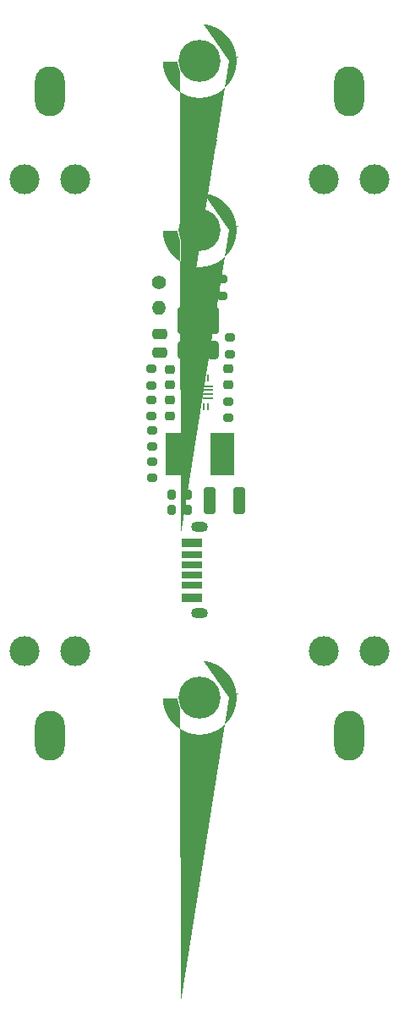
<source format=gbr>
%TF.GenerationSoftware,KiCad,Pcbnew,(5.99.0-10712-g3100cd3599)*%
%TF.CreationDate,2021-06-04T21:59:03-04:00*%
%TF.ProjectId,VX8Battery,56583842-6174-4746-9572-792e6b696361,rev?*%
%TF.SameCoordinates,Original*%
%TF.FileFunction,Soldermask,Top*%
%TF.FilePolarity,Negative*%
%FSLAX46Y46*%
G04 Gerber Fmt 4.6, Leading zero omitted, Abs format (unit mm)*
G04 Created by KiCad (PCBNEW (5.99.0-10712-g3100cd3599)) date 2021-06-04 21:59:03*
%MOMM*%
%LPD*%
G01*
G04 APERTURE LIST*
G04 Aperture macros list*
%AMRoundRect*
0 Rectangle with rounded corners*
0 $1 Rounding radius*
0 $2 $3 $4 $5 $6 $7 $8 $9 X,Y pos of 4 corners*
0 Add a 4 corners polygon primitive as box body*
4,1,4,$2,$3,$4,$5,$6,$7,$8,$9,$2,$3,0*
0 Add four circle primitives for the rounded corners*
1,1,$1+$1,$2,$3*
1,1,$1+$1,$4,$5*
1,1,$1+$1,$6,$7*
1,1,$1+$1,$8,$9*
0 Add four rect primitives between the rounded corners*
20,1,$1+$1,$2,$3,$4,$5,0*
20,1,$1+$1,$4,$5,$6,$7,0*
20,1,$1+$1,$6,$7,$8,$9,0*
20,1,$1+$1,$8,$9,$2,$3,0*%
%AMOutline5P*
0 Free polygon, 5 corners , with rotation*
0 The origin of the aperture is its center*
0 number of corners: always 8*
0 $1 to $10 corner X, Y*
0 $11 Rotation angle, in degrees counterclockwise*
0 create outline with 8 corners*
4,1,5,$1,$2,$3,$4,$5,$6,$7,$8,$9,$10,$1,$2,$11*%
%AMOutline6P*
0 Free polygon, 6 corners , with rotation*
0 The origin of the aperture is its center*
0 number of corners: always 6*
0 $1 to $12 corner X, Y*
0 $13 Rotation angle, in degrees counterclockwise*
0 create outline with 6 corners*
4,1,6,$1,$2,$3,$4,$5,$6,$7,$8,$9,$10,$11,$12,$1,$2,$13*%
%AMOutline7P*
0 Free polygon, 7 corners , with rotation*
0 The origin of the aperture is its center*
0 number of corners: always 7*
0 $1 to $14 corner X, Y*
0 $15 Rotation angle, in degrees counterclockwise*
0 create outline with 7 corners*
4,1,7,$1,$2,$3,$4,$5,$6,$7,$8,$9,$10,$11,$12,$13,$14,$1,$2,$15*%
%AMOutline8P*
0 Free polygon, 8 corners , with rotation*
0 The origin of the aperture is its center*
0 number of corners: always 8*
0 $1 to $16 corner X, Y*
0 $17 Rotation angle, in degrees counterclockwise*
0 create outline with 8 corners*
4,1,8,$1,$2,$3,$4,$5,$6,$7,$8,$9,$10,$11,$12,$13,$14,$15,$16,$1,$2,$17*%
%AMFreePoly0*
4,1,112,-2.563245,3.679731,-2.180727,3.619146,-1.806637,3.518909,-1.445074,3.380118,-1.100000,3.204294,-0.775195,2.993363,-0.474217,2.749636,-0.200364,2.475783,0.043363,2.174805,0.254294,1.850000,0.430118,1.504926,0.568909,1.143363,0.669146,0.769273,0.729731,0.386755,0.750000,0.000000,0.729731,-0.386755,0.669146,-0.769273,0.568909,-1.143363,0.430118,-1.504926,0.254294,-1.850000,
0.043363,-2.174805,-0.200364,-2.475783,-0.474217,-2.749636,-0.775195,-2.993363,-1.100000,-3.204294,-1.445074,-3.380118,-1.806637,-3.518909,-2.180727,-3.619146,-2.563245,-3.679731,-2.950000,-3.700000,-3.336755,-3.679731,-3.719273,-3.619146,-4.093363,-3.518909,-4.454926,-3.380118,-4.800000,-3.204294,-5.124805,-2.993363,-5.425783,-2.749636,-5.699636,-2.475783,-5.943363,-2.174805,-6.154294,-1.850000,
-6.330118,-1.504926,-6.468909,-1.143363,-6.569146,-0.769273,-6.629731,-0.386755,-6.645172,-0.092126,-5.148070,-0.092126,-5.116577,-0.382026,-5.047019,-0.665214,-4.940620,-0.936714,-4.799247,-1.191758,-4.625384,-1.425864,-4.422087,-1.634919,-4.192927,-1.815250,-3.941931,-1.963689,-3.673507,-2.077628,-3.392371,-2.155066,-3.103464,-2.194641,-2.811861,-2.195659,-2.522684,-2.158101,-2.241015,-2.082628,
-1.971803,-1.970566,-1.719776,-1.823883,-1.489362,-1.645156,-1.284611,-1.437525,-1.109119,-1.204639,-0.965968,-0.950589,-0.857676,-0.679837,-0.786143,-0.397142,-0.752626,-0.107469,-0.750000,0.000000,-0.769326,0.290964,-0.826964,0.576816,-0.921901,0.852534,-1.052470,1.113274,-1.216376,1.354455,-1.410741,1.571840,-1.632148,1.761609,-1.876709,1.920429,-2.140126,2.045508,-2.417772,2.134651,
-2.704768,2.186289,-2.996073,2.199518,-3.286569,2.174102,-3.571151,2.110491,-3.844821,2.009800,-4.102769,1.873799,-4.340464,1.704878,-4.553731,1.506004,-4.738822,1.280671,-4.892485,1.032837,-5.012020,0.766859,-5.095329,0.487407,-5.140946,0.199392,-5.148070,-0.092126,-6.645172,-0.092126,-6.650000,0.000000,-6.629731,0.386755,-6.569146,0.769273,-6.468909,1.143363,-6.330118,1.504926,
-6.154294,1.850000,-5.943363,2.174805,-5.699636,2.475783,-5.425783,2.749636,-5.124805,2.993363,-4.800000,3.204294,-4.454926,3.380118,-4.093363,3.518909,-3.719273,3.619146,-3.336755,3.679731,-2.950000,3.700000,-2.563245,3.679731,-2.563245,3.679731,$1*%
G04 Aperture macros list end*
%ADD10O,3.000000X5.000000*%
%ADD11C,3.000000*%
%ADD12C,1.400000*%
%ADD13O,1.400000X1.400000*%
%ADD14RoundRect,0.200000X-0.200000X-0.275000X0.200000X-0.275000X0.200000X0.275000X-0.200000X0.275000X0*%
%ADD15RoundRect,0.200000X0.275000X-0.200000X0.275000X0.200000X-0.275000X0.200000X-0.275000X-0.200000X0*%
%ADD16Outline8P,0.460000X-0.100000X-0.460000X-0.100000X-0.500000X-0.060000X-0.500000X0.060000X-0.460000X0.100000X0.460000X0.100000X0.500000X0.060000X0.500000X-0.060000X180.000000*%
%ADD17R,1.000000X0.200000*%
%ADD18R,0.200000X0.700000*%
%ADD19C,4.220000*%
%ADD20FreePoly0,0.000000*%
%ADD21O,1.700000X1.000000*%
%ADD22R,2.000000X0.900000*%
%ADD23R,2.000000X0.800000*%
%ADD24R,2.000000X0.700000*%
%ADD25R,2.000000X0.721718*%
%ADD26C,3.500000*%
%ADD27RoundRect,0.250000X-0.325000X-1.100000X0.325000X-1.100000X0.325000X1.100000X-0.325000X1.100000X0*%
%ADD28RoundRect,0.200000X0.200000X0.275000X-0.200000X0.275000X-0.200000X-0.275000X0.200000X-0.275000X0*%
%ADD29RoundRect,0.225000X0.250000X-0.225000X0.250000X0.225000X-0.250000X0.225000X-0.250000X-0.225000X0*%
%ADD30RoundRect,0.200000X-0.275000X0.200000X-0.275000X-0.200000X0.275000X-0.200000X0.275000X0.200000X0*%
%ADD31RoundRect,0.250000X0.475000X-0.250000X0.475000X0.250000X-0.475000X0.250000X-0.475000X-0.250000X0*%
%ADD32RoundRect,0.218750X-0.256250X0.218750X-0.256250X-0.218750X0.256250X-0.218750X0.256250X0.218750X0*%
%ADD33RoundRect,0.250000X0.325000X1.100000X-0.325000X1.100000X-0.325000X-1.100000X0.325000X-1.100000X0*%
%ADD34R,2.400000X4.200000*%
%ADD35RoundRect,0.250000X-0.325000X-0.650000X0.325000X-0.650000X0.325000X0.650000X-0.325000X0.650000X0*%
G04 APERTURE END LIST*
D10*
%TO.C,BT2*%
X60000000Y-70100000D03*
D11*
X62540000Y-78900000D03*
X57460000Y-78900000D03*
D10*
X60000000Y-134600000D03*
D11*
X57460000Y-126100000D03*
X62540000Y-126100000D03*
%TD*%
D10*
%TO.C,BT1*%
X90000000Y-70100000D03*
D11*
X92540000Y-78900000D03*
X87460000Y-78900000D03*
D10*
X90000000Y-134600000D03*
D11*
X87460000Y-126100000D03*
X92540000Y-126100000D03*
%TD*%
D12*
%TO.C,TH1*%
X70950000Y-89180000D03*
D13*
X70950000Y-91720000D03*
%TD*%
D14*
%TO.C,R1*%
X72175000Y-110500000D03*
X73825000Y-110500000D03*
%TD*%
D15*
%TO.C,R9*%
X77300000Y-90525000D03*
X77300000Y-88875000D03*
%TD*%
D16*
%TO.C,U1*%
X75850000Y-100800000D03*
D17*
X75850000Y-100400000D03*
X75850000Y-100000000D03*
X75850000Y-99600000D03*
D18*
X75800000Y-98750000D03*
X75400000Y-98750000D03*
X75000000Y-98750000D03*
X74600000Y-98750000D03*
X74200000Y-98750000D03*
D17*
X74150000Y-99600000D03*
X74150000Y-100000000D03*
X74150000Y-100400000D03*
X74150000Y-100800000D03*
D18*
X74200000Y-101650000D03*
X74600000Y-101650000D03*
X75000000Y-101650000D03*
X75400000Y-101650000D03*
X75800000Y-101650000D03*
%TD*%
D14*
%TO.C,R10*%
X74025000Y-90500000D03*
X75675000Y-90500000D03*
%TD*%
D19*
%TO.C,H1*%
X75000000Y-84000000D03*
D20*
X77950000Y-84000000D03*
%TD*%
D21*
%TO.C,J1*%
X74990000Y-122320000D03*
D22*
X74200000Y-120750000D03*
D23*
X74200000Y-119520000D03*
D24*
X74200000Y-118500000D03*
D25*
X74200000Y-117500000D03*
D23*
X74200000Y-116480000D03*
D22*
X74200000Y-115250000D03*
D21*
X74990000Y-113680000D03*
%TD*%
D15*
%TO.C,R8*%
X78000000Y-96375000D03*
X78000000Y-94725000D03*
%TD*%
D19*
%TO.C,H3*%
X75000000Y-67000000D03*
D20*
X77950000Y-67000000D03*
%TD*%
D26*
%TO.C,J2*%
X75000000Y-75000000D03*
%TD*%
D27*
%TO.C,C5*%
X73375000Y-93000000D03*
X76325000Y-93000000D03*
%TD*%
D28*
%TO.C,R11*%
X75675000Y-88950000D03*
X74025000Y-88950000D03*
%TD*%
D29*
%TO.C,C2*%
X77900000Y-99425000D03*
X77900000Y-97875000D03*
%TD*%
D30*
%TO.C,R5*%
X70200000Y-100975000D03*
X70200000Y-102625000D03*
%TD*%
D31*
%TO.C,C4*%
X71000000Y-96250000D03*
X71000000Y-94350000D03*
%TD*%
D15*
%TO.C,R3*%
X70250000Y-108775000D03*
X70250000Y-107125000D03*
%TD*%
%TO.C,R6*%
X70200000Y-99525000D03*
X70200000Y-97875000D03*
%TD*%
D14*
%TO.C,R2*%
X72175000Y-112000000D03*
X73825000Y-112000000D03*
%TD*%
D32*
%TO.C,D2*%
X72000000Y-97912500D03*
X72000000Y-99487500D03*
%TD*%
%TO.C,D1*%
X72000000Y-101012500D03*
X72000000Y-102587500D03*
%TD*%
D33*
%TO.C,C1*%
X78975000Y-111050000D03*
X76025000Y-111050000D03*
%TD*%
D15*
%TO.C,R7*%
X77900000Y-102775000D03*
X77900000Y-101125000D03*
%TD*%
D19*
%TO.C,H2*%
X75000000Y-130750000D03*
D20*
X77950000Y-130750000D03*
%TD*%
D34*
%TO.C,L1*%
X77250000Y-106400000D03*
X72750000Y-106400000D03*
%TD*%
D15*
%TO.C,R4*%
X70250000Y-105675000D03*
X70250000Y-104025000D03*
%TD*%
D35*
%TO.C,C3*%
X73375000Y-95950000D03*
X76325000Y-95950000D03*
%TD*%
M02*

</source>
